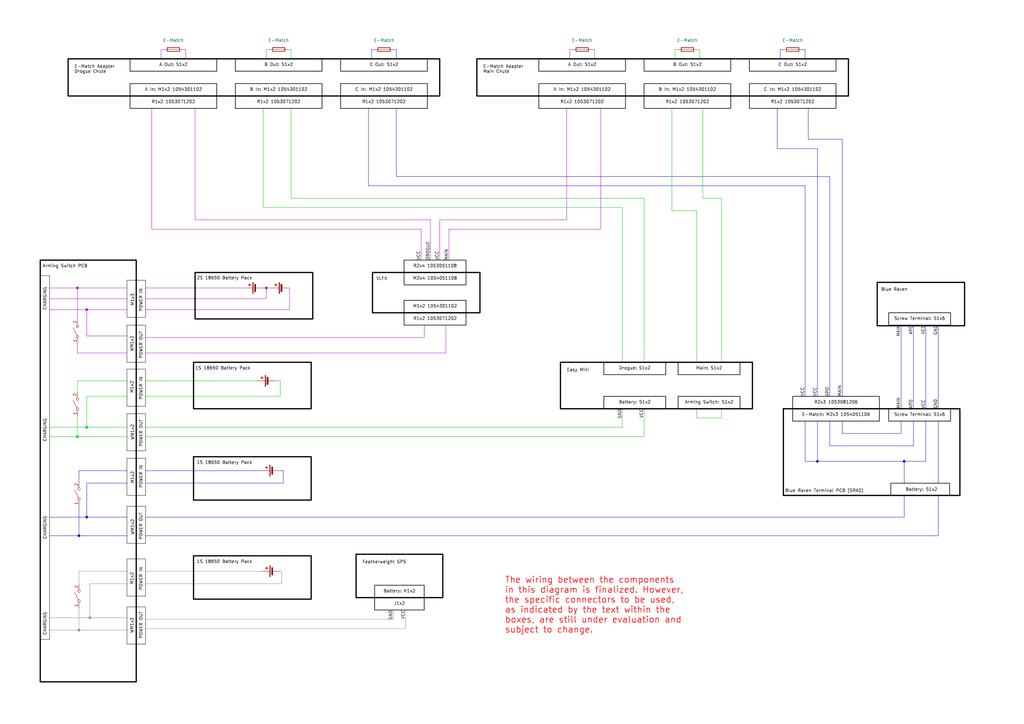
<source format=kicad_sch>
(kicad_sch (version 20231120) (generator "eeschema") (generator_version "8.0")
  (paper "A3")
  (title_block (title "Recovery Wiring Diagram") (date "2024-11-29") (rev "0.1") (company "McMaster Rocketry Team"))
  (lib_symbols
    (symbol "Device:Battery_Cell" (pin_numbers hide) (pin_names (offset 0) hide)
      (property "Reference" "BT" (at 2.54 2.54 0))
      (property "Value" "Battery_Cell" (at 2.54 0 0))
      (symbol "Battery_Cell_0_1"
        (rectangle (start -2.286 1.778) (end 2.286 1.524) (fill (type outline)))
        (rectangle (start -1.524 1.016) (end 1.524 0.508) (fill (type outline)))
        (polyline (pts (xy 0 0.762) (xy 0 0)))
        (polyline (pts (xy 0 1.778) (xy 0 2.54)))
        (polyline (pts (xy 0.762 3.048) (xy 1.778 3.048)) (stroke (width 0.254)))
        (polyline (pts (xy 1.27 3.556) (xy 1.27 2.54)) (stroke (width 0.254)))
      )
      (symbol "Battery_Cell_1_1"
        (pin passive line (at 0 5.08 270) (length 2.54) (name "+") (number "1"))
        (pin passive line (at 0 -2.54 90) (length 2.54) (name "-") (number "2"))
      )
    )
    (symbol "Device:Fuse" (pin_numbers hide) (pin_names (offset 0))
      (property "Reference" "F" (at 2.032 0 90))
      (property "Value" "Fuse" (at -1.905 0 90))
      (symbol "Fuse_0_1"
        (rectangle (start -0.762 -2.54) (end 0.762 2.54) (stroke (width 0.254)))
        (polyline (pts (xy 0 2.54) (xy 0 -2.54)))
      )
      (symbol "Fuse_1_1"
        (pin passive line (at 0 3.81 270) (length 1.27) (name "~") (number "1"))
        (pin passive line (at 0 -3.81 90) (length 1.27) (name "~") (number "2"))
      )
    )
    (symbol "Switch:SW_DPST_x2" (pin_names (offset 0) hide)
      (property "Reference" "SW" (at 0 3.175 0))
      (property "Value" "SW_DPST_x2" (at 0 -2.54 0))
      (symbol "SW_DPST_x2_0_0"
        (circle (center -2.032 0) (radius 0.508))
        (polyline (pts (xy -1.524 0.254) (xy 1.524 1.778)))
        (circle (center 2.032 0) (radius 0.508))
      )
      (symbol "SW_DPST_x2_1_1"
        (pin passive line (at -5.08 0 0) (length 2.54) (name "A") (number "1"))
        (pin passive line (at 5.08 0 180) (length 2.54) (name "B") (number "2"))
      )
      (symbol "SW_DPST_x2_2_1"
        (pin passive line (at -5.08 0 0) (length 2.54) (name "A") (number "3"))
        (pin passive line (at 5.08 0 180) (length 2.54) (name "B") (number "4"))
      )
    )
  )
  (junction (at 35.56 212.09) (color 0 0 194 1))
  (junction (at 31.75 179.07) (color 0 194 0 1))
  (junction (at 335.28 189.23) (color 0 0 194 1))
  (junction (at 32.385 258.445) (color 132 132 132 1))
  (junction (at 35.56 175.26) (color 0 194 0 1))
  (junction (at 31.75 118.11) (color 163 0 194 1))
  (junction (at 109.22 118.11) (color 163 0 194 1))
  (junction (at 32.385 219.71) (color 0 0 194 1))
  (junction (at 370.84 189.23) (color 0 0 194 1))
  (junction (at 35.56 127) (color 163 0 194 1))
  (junction (at 36.83 253.365) (color 132 132 132 1))
  (wire (pts (xy 330.2 76.2) (xy 151.13 76.2)) (stroke (width 0) (color 0 0 194 1)))
  (wire (pts (xy 114.935 156.21) (xy 113.03 156.21)) (stroke (width 0) (color 0 194 0 1)))
  (wire (pts (xy 32.385 258.445) (xy 20.32 258.445)) (stroke (width 0) (color 132 132 132 1)))
  (wire (pts (xy 176.53 90.17) (xy 80.01 90.17)) (stroke (width 0) (color 163 0 194 1)))
  (wire (pts (xy 59.69 179.07) (xy 264.16 179.07)) (stroke (width 0) (color 0 194 0 1)))
  (wire (pts (xy 80.01 44.45) (xy 80.01 90.17)) (stroke (width 0) (color 163 0 194 1)))
  (wire (pts (xy 384.81 172.72) (xy 384.81 198.12)) (stroke (width 0) (color 0 0 194 1)))
  (wire (pts (xy 76.2 20.32) (xy 76.2 24.13)) (stroke (width 0) (color 163 0 194 1)))
  (wire (pts (xy 32.385 249.555) (xy 32.385 258.445)) (stroke (width 0) (color 132 132 132 1)))
  (wire (pts (xy 52.07 127) (xy 35.56 127)) (stroke (width 0) (color 163 0 194 1)))
  (wire (pts (xy 116.205 193.04) (xy 116.205 198.12)) (stroke (width 0) (color 0 0 194 1)))
  (wire (pts (xy 335.28 172.72) (xy 335.28 189.23)) (stroke (width 0) (color 0 0 194 1)))
  (wire (pts (xy 288.29 44.45) (xy 288.29 81.28)) (stroke (width 0) (color 0 194 0 1)))
  (wire (pts (xy 59.69 239.395) (xy 115.57 239.395)) (stroke (width 0) (color 132 132 132 1)))
  (wire (pts (xy 379.73 172.72) (xy 379.73 189.23)) (stroke (width 0) (color 0 0 194 1)))
  (wire (pts (xy 335.28 162.56) (xy 335.28 60.96)) (stroke (width 0) (color 0 0 194 1)))
  (wire (pts (xy 119.38 44.45) (xy 119.38 81.28)) (stroke (width 0) (color 0 194 0 1)))
  (wire (pts (xy 172.72 93.98) (xy 62.23 93.98)) (stroke (width 0) (color 163 0 194 1)))
  (wire (pts (xy 184.15 93.98) (xy 184.15 106.68)) (stroke (width 0) (color 163 0 194 1)))
  (wire (pts (xy 114.935 156.21) (xy 114.935 162.56)) (stroke (width 0) (color 0 194 0 1)))
  (wire (pts (xy 31.75 179.07) (xy 20.32 179.07)) (stroke (width 0) (color 0 194 0 1)))
  (wire (pts (xy 246.38 93.98) (xy 184.15 93.98)) (stroke (width 0) (color 163 0 194 1)))
  (wire (pts (xy 330.2 162.56) (xy 330.2 76.2)) (stroke (width 0) (color 0 0 194 1)))
  (wire (pts (xy 59.69 156.21) (xy 105.41 156.21)) (stroke (width 0) (color 0 194 0 1)))
  (wire (pts (xy 264.16 167.64) (xy 264.16 179.07)) (stroke (width 0) (color 0 194 0 1)))
  (wire (pts (xy 52.07 118.11) (xy 31.75 118.11)) (stroke (width 0) (color 163 0 194 1)))
  (wire (pts (xy 340.36 72.39) (xy 340.36 162.56)) (stroke (width 0) (color 0 0 194 1)))
  (wire (pts (xy 345.44 57.15) (xy 331.47 57.15)) (stroke (width 0) (color 0 0 194 1)))
  (wire (pts (xy 232.41 44.45) (xy 232.41 90.17)) (stroke (width 0) (color 163 0 194 1)))
  (wire (pts (xy 166.37 250.19) (xy 166.37 257.81)) (stroke (width 0) (color 132 132 132 1)))
  (wire (pts (xy 31.75 118.11) (xy 20.32 118.11)) (stroke (width 0) (color 163 0 194 1)))
  (wire (pts (xy 335.28 189.23) (xy 330.2 189.23)) (stroke (width 0) (color 0 0 194 1)))
  (wire (pts (xy 59.69 193.04) (xy 107.315 193.04)) (stroke (width 0) (color 0 0 194 1)))
  (wire (pts (xy 295.91 148.59) (xy 295.91 81.28)) (stroke (width 0) (color 0 194 0 1)))
  (wire (pts (xy 246.38 44.45) (xy 246.38 93.98)) (stroke (width 0) (color 163 0 194 1)))
  (wire (pts (xy 335.28 60.96) (xy 318.77 60.96)) (stroke (width 0) (color 0 0 194 1)))
  (wire (pts (xy 32.385 197.485) (xy 32.385 193.04)) (stroke (width 0) (color 0 0 194 1)))
  (wire (pts (xy 119.38 20.32) (xy 119.38 24.13)) (stroke (width 0) (color 0 194 0 1)))
  (wire (pts (xy 161.29 20.32) (xy 162.56 20.32)) (stroke (width 0) (color 0 0 194 1)))
  (wire (pts (xy 59.69 175.26) (xy 255.27 175.26)) (stroke (width 0) (color 0 194 0 1)))
  (wire (pts (xy 295.91 81.28) (xy 288.29 81.28)) (stroke (width 0) (color 0 194 0 1)))
  (wire (pts (xy 52.07 212.09) (xy 35.56 212.09)) (stroke (width 0) (color 0 0 194 1)))
  (wire (pts (xy 59.69 234.315) (xy 107.315 234.315)) (stroke (width 0) (color 132 132 132 1)))
  (wire (pts (xy 233.68 20.32) (xy 234.95 20.32)) (stroke (width 0) (color 163 0 194 1)))
  (wire (pts (xy 162.56 72.39) (xy 340.36 72.39)) (stroke (width 0) (color 0 0 194 1)))
  (wire (pts (xy 180.34 90.17) (xy 232.41 90.17)) (stroke (width 0) (color 163 0 194 1)))
  (wire (pts (xy 374.65 172.72) (xy 374.65 182.88)) (stroke (width 0) (color 0 0 194 1)))
  (wire (pts (xy 59.69 198.12) (xy 116.205 198.12)) (stroke (width 0) (color 0 0 194 1)))
  (wire (pts (xy 182.88 133.35) (xy 182.88 144.78)) (stroke (width 0) (color 163 0 194 1)))
  (wire (pts (xy 52.07 162.56) (xy 35.56 162.56)) (stroke (width 0) (color 0 194 0 1)))
  (wire (pts (xy 379.73 133.35) (xy 379.73 167.64)) (stroke (width 0) (color 0 0 194 1)))
  (wire (pts (xy 275.59 44.45) (xy 275.59 86.36)) (stroke (width 0) (color 0 194 0 1)))
  (wire (pts (xy 328.93 20.32) (xy 330.2 20.32)) (stroke (width 0) (color 0 0 194 1)))
  (wire (pts (xy 20.32 127) (xy 35.56 127)) (stroke (width 0) (color 163 0 194 1)))
  (wire (pts (xy 59.69 122.555) (xy 109.22 122.555)) (stroke (width 0) (color 163 0 194 1)))
  (wire (pts (xy 370.84 189.23) (xy 370.84 198.12)) (stroke (width 0) (color 0 0 194 1)))
  (wire (pts (xy 52.07 137.795) (xy 35.56 137.795)) (stroke (width 0) (color 163 0 194 1)))
  (wire (pts (xy 32.385 234.315) (xy 52.07 234.315)) (stroke (width 0) (color 132 132 132 1)))
  (wire (pts (xy 52.07 144.78) (xy 31.75 144.78)) (stroke (width 0) (color 163 0 194 1)))
  (wire (pts (xy 233.68 20.32) (xy 233.68 24.13)) (stroke (width 0) (color 163 0 194 1)))
  (wire (pts (xy 278.13 20.32) (xy 276.86 20.32)) (stroke (width 0) (color 0 194 0 1)))
  (wire (pts (xy 32.385 239.395) (xy 32.385 234.315)) (stroke (width 0) (color 132 132 132 1)))
  (wire (pts (xy 318.77 44.45) (xy 318.77 60.96)) (stroke (width 0) (color 0 0 194 1)))
  (wire (pts (xy 330.2 172.72) (xy 330.2 189.23)) (stroke (width 0) (color 0 0 194 1)))
  (wire (pts (xy 52.07 175.26) (xy 35.56 175.26)) (stroke (width 0) (color 0 194 0 1)))
  (wire (pts (xy 66.04 20.32) (xy 66.04 24.13)) (stroke (width 0) (color 163 0 194 1)))
  (wire (pts (xy 172.72 106.68) (xy 172.72 93.98)) (stroke (width 0) (color 163 0 194 1)))
  (wire (pts (xy 173.99 133.35) (xy 173.99 138.43)) (stroke (width 0) (color 163 0 194 1)))
  (wire (pts (xy 115.57 234.315) (xy 115.57 239.395)) (stroke (width 0) (color 132 132 132 1)))
  (wire (pts (xy 370.84 203.2) (xy 370.84 212.09)) (stroke (width 0) (color 0 0 194 1)))
  (wire (pts (xy 369.57 172.72) (xy 369.57 177.8)) (stroke (width 0) (color 0 0 194 1)))
  (wire (pts (xy 35.56 175.26) (xy 20.32 175.26)) (stroke (width 0) (color 0 194 0 1)))
  (wire (pts (xy 59.69 257.81) (xy 166.37 257.81)) (stroke (width 0) (color 132 132 132 1)))
  (wire (pts (xy 243.84 20.32) (xy 242.57 20.32)) (stroke (width 0) (color 163 0 194 1)))
  (wire (pts (xy 330.2 20.32) (xy 330.2 24.13)) (stroke (width 0) (color 0 0 194 1)))
  (wire (pts (xy 321.31 20.32) (xy 320.04 20.32)) (stroke (width 0) (color 0 0 194 1)))
  (wire (pts (xy 35.56 212.09) (xy 20.32 212.09)) (stroke (width 0) (color 0 0 194 1)))
  (wire (pts (xy 31.75 156.21) (xy 31.75 160.655)) (stroke (width 0) (color 0 194 0 1)))
  (wire (pts (xy 32.385 193.04) (xy 52.07 193.04)) (stroke (width 0) (color 0 0 194 1)))
  (wire (pts (xy 340.36 172.72) (xy 340.36 182.88)) (stroke (width 0) (color 0 0 194 1)))
  (wire (pts (xy 59.69 144.78) (xy 182.88 144.78)) (stroke (width 0) (color 163 0 194 1)))
  (wire (pts (xy 109.22 20.32) (xy 109.22 24.13)) (stroke (width 0) (color 0 194 0 1)))
  (wire (pts (xy 320.04 20.32) (xy 320.04 24.13)) (stroke (width 0) (color 0 0 194 1)))
  (wire (pts (xy 59.69 254) (xy 161.29 254)) (stroke (width 0) (color 132 132 132 1)))
  (wire (pts (xy 36.83 253.365) (xy 20.32 253.365)) (stroke (width 0) (color 132 132 132 1)))
  (wire (pts (xy 162.56 20.32) (xy 162.56 24.13)) (stroke (width 0) (color 0 0 194 1)))
  (wire (pts (xy 345.44 162.56) (xy 345.44 57.15)) (stroke (width 0) (color 0 0 194 1)))
  (wire (pts (xy 345.44 172.72) (xy 345.44 177.8)) (stroke (width 0) (color 0 0 194 1)))
  (wire (pts (xy 52.07 253.365) (xy 36.83 253.365)) (stroke (width 0) (color 132 132 132 1)))
  (wire (pts (xy 287.02 20.32) (xy 287.02 24.13)) (stroke (width 0) (color 0 194 0 1)))
  (wire (pts (xy 285.75 148.59) (xy 285.75 86.36)) (stroke (width 0) (color 0 194 0 1)))
  (wire (pts (xy 285.75 20.32) (xy 287.02 20.32)) (stroke (width 0) (color 0 194 0 1)))
  (wire (pts (xy 31.75 170.815) (xy 31.75 179.07)) (stroke (width 0) (color 0 194 0 1)))
  (wire (pts (xy 107.95 44.45) (xy 107.95 85.09)) (stroke (width 0) (color 0 194 0 1)))
  (wire (pts (xy 255.27 85.09) (xy 107.95 85.09)) (stroke (width 0) (color 0 194 0 1)))
  (wire (pts (xy 62.23 44.45) (xy 62.23 93.98)) (stroke (width 0) (color 163 0 194 1)))
  (wire (pts (xy 162.56 44.45) (xy 162.56 72.39)) (stroke (width 0) (color 0 0 194 1)))
  (wire (pts (xy 119.38 81.28) (xy 264.16 81.28)) (stroke (width 0) (color 0 194 0 1)))
  (wire (pts (xy 285.75 167.64) (xy 285.75 171.45)) (stroke (width 0) (color 0 194 0 1)))
  (wire (pts (xy 369.57 133.35) (xy 369.57 167.64)) (stroke (width 0) (color 0 0 194 1)))
  (wire (pts (xy 180.34 106.68) (xy 180.34 90.17)) (stroke (width 0) (color 163 0 194 1)))
  (wire (pts (xy 115.57 234.315) (xy 114.935 234.315)) (stroke (width 0) (color 132 132 132 1)))
  (wire (pts (xy 59.69 138.43) (xy 173.99 138.43)) (stroke (width 0) (color 163 0 194 1)))
  (wire (pts (xy 255.27 148.59) (xy 255.27 85.09)) (stroke (width 0) (color 0 194 0 1)))
  (wire (pts (xy 31.75 140.97) (xy 31.75 144.78)) (stroke (width 0) (color 163 0 194 1)))
  (wire (pts (xy 52.07 198.12) (xy 35.56 198.12)) (stroke (width 0) (color 0 0 194 1)))
  (wire (pts (xy 369.57 177.8) (xy 345.44 177.8)) (stroke (width 0) (color 0 0 194 1)))
  (wire (pts (xy 118.11 20.32) (xy 119.38 20.32)) (stroke (width 0) (color 0 194 0 1)))
  (wire (pts (xy 331.47 44.45) (xy 331.47 57.15)) (stroke (width 0) (color 0 0 194 1)))
  (wire (pts (xy 107.95 118.11) (xy 109.22 118.11)) (stroke (width 0) (color 163 0 194 1)))
  (wire (pts (xy 32.385 207.645) (xy 32.385 219.71)) (stroke (width 0) (color 0 0 194 1)))
  (wire (pts (xy 36.83 239.395) (xy 36.83 253.365)) (stroke (width 0) (color 132 132 132 1)))
  (wire (pts (xy 59.69 162.56) (xy 114.935 162.56)) (stroke (width 0) (color 0 194 0 1)))
  (wire (pts (xy 66.04 20.32) (xy 67.31 20.32)) (stroke (width 0) (color 163 0 194 1)))
  (wire (pts (xy 370.84 189.23) (xy 379.73 189.23)) (stroke (width 0) (color 0 0 194 1)))
  (wire (pts (xy 255.27 167.64) (xy 255.27 175.26)) (stroke (width 0) (color 0 194 0 1)))
  (wire (pts (xy 374.65 133.35) (xy 374.65 167.64)) (stroke (width 0) (color 0 0 194 1)))
  (wire (pts (xy 295.91 167.64) (xy 295.91 171.45)) (stroke (width 0) (color 0 194 0 1)))
  (wire (pts (xy 59.69 219.71) (xy 384.81 219.71)) (stroke (width 0) (color 0 0 194 1)))
  (wire (pts (xy 152.4 20.32) (xy 152.4 24.13)) (stroke (width 0) (color 0 0 194 1)))
  (wire (pts (xy 59.69 118.11) (xy 100.33 118.11)) (stroke (width 0) (color 163 0 194 1)))
  (wire (pts (xy 384.81 203.2) (xy 384.81 219.71)) (stroke (width 0) (color 0 0 194 1)))
  (wire (pts (xy 32.385 219.71) (xy 20.32 219.71)) (stroke (width 0) (color 0 0 194 1)))
  (wire (pts (xy 52.07 156.21) (xy 31.75 156.21)) (stroke (width 0) (color 0 194 0 1)))
  (wire (pts (xy 384.81 133.35) (xy 384.81 167.64)) (stroke (width 0) (color 0 0 194 1)))
  (wire (pts (xy 52.07 219.71) (xy 32.385 219.71)) (stroke (width 0) (color 0 0 194 1)))
  (wire (pts (xy 52.07 258.445) (xy 32.385 258.445)) (stroke (width 0) (color 132 132 132 1)))
  (wire (pts (xy 35.56 162.56) (xy 35.56 175.26)) (stroke (width 0) (color 0 194 0 1)))
  (wire (pts (xy 52.07 179.07) (xy 31.75 179.07)) (stroke (width 0) (color 0 194 0 1)))
  (wire (pts (xy 153.67 20.32) (xy 152.4 20.32)) (stroke (width 0) (color 0 0 194 1)))
  (wire (pts (xy 31.75 118.11) (xy 31.75 130.81)) (stroke (width 0) (color 163 0 194 1)))
  (wire (pts (xy 76.2 20.32) (xy 74.93 20.32)) (stroke (width 0) (color 163 0 194 1)))
  (wire (pts (xy 276.86 20.32) (xy 276.86 24.13)) (stroke (width 0) (color 0 194 0 1)))
  (wire (pts (xy 52.07 122.555) (xy 20.32 122.555)) (stroke (width 0) (color 163 0 194 1)))
  (wire (pts (xy 243.84 20.32) (xy 243.84 24.13)) (stroke (width 0) (color 163 0 194 1)))
  (wire (pts (xy 35.56 198.12) (xy 35.56 212.09)) (stroke (width 0) (color 0 0 194 1)))
  (wire (pts (xy 161.29 254) (xy 161.29 250.19)) (stroke (width 0) (color 132 132 132 1)))
  (wire (pts (xy 59.69 127) (xy 118.745 127)) (stroke (width 0) (color 163 0 194 1)))
  (wire (pts (xy 264.16 81.28) (xy 264.16 148.59)) (stroke (width 0) (color 0 194 0 1)))
  (wire (pts (xy 340.36 182.88) (xy 374.65 182.88)) (stroke (width 0) (color 0 0 194 1)))
  (wire (pts (xy 59.69 212.09) (xy 370.84 212.09)) (stroke (width 0) (color 0 0 194 1)))
  (wire (pts (xy 285.75 86.36) (xy 275.59 86.36)) (stroke (width 0) (color 0 194 0 1)))
  (wire (pts (xy 52.07 239.395) (xy 36.83 239.395)) (stroke (width 0) (color 132 132 132 1)))
  (wire (pts (xy 285.75 171.45) (xy 295.91 171.45)) (stroke (width 0) (color 0 194 0 1)))
  (wire (pts (xy 35.56 127) (xy 35.56 137.795)) (stroke (width 0) (color 163 0 194 1)))
  (wire (pts (xy 110.49 20.32) (xy 109.22 20.32)) (stroke (width 0) (color 0 194 0 1)))
  (wire (pts (xy 151.13 44.45) (xy 151.13 76.2)) (stroke (width 0) (color 0 0 194 1)))
  (wire (pts (xy 118.745 118.11) (xy 118.745 127)) (stroke (width 0) (color 163 0 194 1)))
  (wire (pts (xy 116.205 193.04) (xy 114.935 193.04)) (stroke (width 0) (color 0 0 194 1)))
  (wire (pts (xy 109.22 118.11) (xy 109.22 122.555)) (stroke (width 0) (color 163 0 194 1)))
  (wire (pts (xy 335.28 189.23) (xy 370.84 189.23)) (stroke (width 0) (color 0 0 194 1)))
  (wire (pts (xy 176.53 106.68) (xy 176.53 90.17)) (stroke (width 0) (color 163 0 194 1)))
  (wire (pts (xy 109.22 118.11) (xy 111.125 118.11)) (stroke (width 0) (color 163 0 194 1)))
  (rectangle (start 53.34 34.29) (end 88.9 39.37) (stroke (width 0.254) (color 0 0 0 1)))
  (rectangle (start 325.12 162.56) (end 360.68 167.64) (stroke (width 0.254) (color 0 0 0 1)))
  (rectangle (start 139.7 39.37) (end 175.26 44.45) (stroke (width 0.254) (color 0 0 0 1)))
  (rectangle (start 53.34 39.37) (end 88.9 44.45) (stroke (width 0.254) (color 0 0 0 1)))
  (rectangle (start 55.88 229.235) (end 52.07 244.475) (stroke (width 0) (color 0 0 0 1)))
  (rectangle (start 247.65 148.59) (end 273.05 153.67) (stroke (width 0.254) (color 0 0 0 1)))
  (rectangle (start 139.7 24.13) (end 175.26 29.21) (stroke (width 0.254) (color 0 0 0 1)))
  (rectangle (start 79.375 227.965) (end 127.635 245.745) (stroke (width 0.508) (color 0 0 0 1)))
  (rectangle (start 55.88 248.92) (end 59.69 264.16) (stroke (width 0) (color 0 0 0 1)))
  (rectangle (start 53.34 24.13) (end 88.9 29.21) (stroke (width 0.254) (color 0 0 0 1)))
  (rectangle (start 27.94 24.13) (end 180.34 39.37) (stroke (width 0.508) (color 0 0 0 1)))
  (rectangle (start 229.87 148.59) (end 308.61 167.64) (stroke (width 0.508) (color 0 0 0 1)))
  (rectangle (start 165.735 128.27) (end 191.135 133.35) (stroke (width 0.254) (color 0 0 0 1)))
  (rectangle (start 278.13 148.59) (end 303.53 153.67) (stroke (width 0.254) (color 0 0 0 1)))
  (rectangle (start 359.791 115.824) (end 395.605 133.604) (stroke (width 0.508) (color 0 0 0 1)))
  (rectangle (start 165.735 106.68) (end 191.135 111.76) (stroke (width 0.254) (color 0 0 0 1)))
  (rectangle (start 153.67 240.03) (end 173.99 245.11) (stroke (width 0.254) (color 0 0 0 1)))
  (rectangle (start 153.67 245.11) (end 173.99 250.19) (stroke (width 0.254) (color 0 0 0 1)))
  (rectangle (start 364.49 167.64) (end 389.89 172.72) (stroke (width 0.254) (color 0 0 0 1)))
  (rectangle (start 165.735 123.19) (end 191.135 128.27) (stroke (width 0.254) (color 0 0 0 1)))
  (rectangle (start 247.65 162.56) (end 273.05 167.64) (stroke (width 0.254) (color 0 0 0 1)))
  (rectangle (start 165.735 111.76) (end 191.135 116.84) (stroke (width 0.254) (color 0 0 0 1)))
  (rectangle (start 55.88 133.35) (end 59.69 148.59) (stroke (width 0) (color 0 0 0 1)))
  (rectangle (start 321.31 167.64) (end 393.7 203.2) (stroke (width 0.508) (color 0 0 0 1)))
  (rectangle (start 55.88 248.92) (end 52.07 264.16) (stroke (width 0) (color 0 0 0 1)))
  (rectangle (start 59.69 114.935) (end 55.88 130.175) (stroke (width 0) (color 0 0 0 1)))
  (rectangle (start 96.52 39.37) (end 132.08 44.45) (stroke (width 0.254) (color 0 0 0 1)))
  (rectangle (start 264.16 34.29) (end 299.72 39.37) (stroke (width 0.254) (color 0 0 0 1)))
  (rectangle (start 96.52 24.13) (end 132.08 29.21) (stroke (width 0.254) (color 0 0 0 1)))
  (rectangle (start 55.88 151.384) (end 52.07 166.624) (stroke (width 0) (color 0 0 0 1)))
  (rectangle (start 220.98 34.29) (end 256.54 39.37) (stroke (width 0.254) (color 0 0 0 1)))
  (rectangle (start 59.69 151.384) (end 55.88 166.624) (stroke (width 0) (color 0 0 0 1)))
  (rectangle (start 59.69 169.672) (end 55.88 184.912) (stroke (width 0) (color 0 0 0 1)))
  (rectangle (start 307.34 39.37) (end 342.9 44.45) (stroke (width 0.254) (color 0 0 0 1)))
  (rectangle (start 55.88 207.645) (end 52.07 222.885) (stroke (width 0) (color 0 0 0 1)))
  (rectangle (start 16.51 106.68) (end 55.88 279.654) (stroke (width 0.508) (color 0 0 0 1)))
  (rectangle (start 55.88 114.935) (end 52.07 130.175) (stroke (width 0) (color 0 0 0 1)))
  (rectangle (start 79.375 148.59) (end 127.635 167.64) (stroke (width 0.508) (color 0 0 0 1)))
  (rectangle (start 55.88 169.672) (end 52.07 184.912) (stroke (width 0) (color 0 0 0 1)))
  (rectangle (start 152.781 111.76) (end 196.85 128.27) (stroke (width 0.508) (color 0 0 0 1)))
  (rectangle (start 55.88 187.96) (end 52.07 203.2) (stroke (width 0) (color 0 0 0 1)))
  (rectangle (start 365.3474 198.1846) (end 389.4774 203.2646) (stroke (width 0.254) (color 0 0 0 1)))
  (rectangle (start 59.69 207.645) (end 55.88 222.885) (stroke (width 0) (color 0 0 0 1)))
  (rectangle (start 364.49 128.27) (end 389.89 133.35) (stroke (width 0.254) (color 0 0 0 1)))
  (rectangle (start 307.34 24.13) (end 342.9 29.21) (stroke (width 0.254) (color 0 0 0 1)))
  (rectangle (start 139.7 34.29) (end 175.26 39.37) (stroke (width 0.254) (color 0 0 0 1)))
  (rectangle (start 96.52 34.29) (end 132.08 39.37) (stroke (width 0.254) (color 0 0 0 1)))
  (rectangle (start 220.98 24.13) (end 256.54 29.21) (stroke (width 0.254) (color 0 0 0 1)))
  (rectangle (start 59.69 229.235) (end 55.88 244.475) (stroke (width 0) (color 0 0 0 1)))
  (rectangle (start 59.69 187.96) (end 55.88 203.2) (stroke (width 0) (color 0 0 0 1)))
  (rectangle (start 16.51 113.03) (end 20.32 262.255) (stroke (width 0) (color 0 0 0 1)))
  (rectangle (start 264.16 24.13) (end 299.72 29.21) (stroke (width 0.254) (color 0 0 0 1)))
  (rectangle (start 80.01 111.76) (end 128.27 130.81) (stroke (width 0.508) (color 0 0 0 1)))
  (rectangle (start 220.98 39.37) (end 256.54 44.45) (stroke (width 0.254) (color 0 0 0 1)))
  (rectangle (start 278.13 162.56) (end 303.53 167.64) (stroke (width 0.254) (color 0 0 0 1)))
  (rectangle (start 79.375 187.325) (end 127.635 205.105) (stroke (width 0.508) (color 0 0 0 1)))
  (rectangle (start 146.05 227.33) (end 181.61 245.11) (stroke (width 0.508) (color 0 0 0 1)))
  (rectangle (start 55.88 133.35) (end 52.07 148.59) (stroke (width 0) (color 0 0 0 1)))
  (rectangle (start 307.34 34.29) (end 342.9 39.37) (stroke (width 0.254) (color 0 0 0 1)))
  (rectangle (start 325.12 167.64) (end 360.68 172.72) (stroke (width 0.254) (color 0 0 0 1)))
  (rectangle (start 195.58 24.13) (end 347.98 39.37) (stroke (width 0.508) (color 0 0 0 1)))
  (rectangle (start 264.16 39.37) (end 299.72 44.45) (stroke (width 0.254) (color 0 0 0 1)))
  (text_box "The wiring between the components in this diagram is finalized. However, the specific connectors to be used, as indicated by the text within the boxes, are still under evaluation and subject to change." (at 205.105 234.315 0) (size 78.105 39.37) (stroke (width -0.0001)) (effects (font (size 2.54 2.54) (thickness 0.254) (bold yes)) (justify left top)))
  (text "E-Match Adapter\nMain Chute" (at 198.12 26.67 0) (effects (font (size 1.27 1.27)) (justify left top)))
  (text "Arming Switch: S1x2" (at 290.83 165.1 0) (effects (font (size 1.27 1.27))))
  (text "CHARGING" (at 18.415 216.535 90) (effects (font (size 1.27 1.27))))
  (text "B In: M1x2 1054301102" (at 114.3 36.83 0) (effects (font (size 1.27 1.27))))
  (text "B In: M1x2 1054301102" (at 281.94 36.83 0) (effects (font (size 1.27 1.27))))
  (text "Blue Raven" (at 361.315 118.11 0) (effects (font (size 1.27 1.27)) (justify left top)))
  (text "M1x2" (at 54.102 158.877 90) (effects (font (size 1.27 1.27))))
  (text "A In: M1x2 1054301102" (at 238.76 36.83 0) (effects (font (size 1.27 1.27))))
  (text "POWER IN" (at 57.785 195.58 90) (effects (font (size 1.27 1.27))))
  (text "R1x2 1053071202" (at 325.12 41.91 0) (effects (font (size 1.27 1.27))))
  (text "WM1x2" (at 54.102 256.667 90) (effects (font (size 1.27 1.27))))
  (text "Drogue: S1x2" (at 260.35 151.13 0) (effects (font (size 1.27 1.27))))
  (text "CHARGING" (at 18.415 255.905 90) (effects (font (size 1.27 1.27))))
  (text "WM1x2" (at 54.102 141.097 90) (effects (font (size 1.27 1.27))))
  (text "Screw Terminal: S1x6" (at 377.19 130.81 0) (effects (font (size 1.27 1.27))))
  (text "Battery: S1x2" (at 377.952 200.914 0) (effects (font (size 1.27 1.27))))
  (text "M1x2 1054301102" (at 178.435 125.73 0) (effects (font (size 1.27 1.27))))
  (text "C In: M1x2 1054301102" (at 325.12 36.83 0) (effects (font (size 1.27 1.27))))
  (text "M2x4 1054051108" (at 178.435 114.3 0) (effects (font (size 1.27 1.27))))
  (text "Screw Terminal: S1x6" (at 377.19 170.18 0) (effects (font (size 1.27 1.27))))
  (text "R1x2 1053071202" (at 114.3 41.91 0) (effects (font (size 1.27 1.27))))
  (text "E-Match: M2x3 1054051106" (at 342.9 170.18 0) (effects (font (size 1.27 1.27))))
  (text "Featherweight GPS" (at 148.59 229.87 0) (effects (font (size 1.27 1.27)) (justify left top)))
  (text "POWER IN" (at 57.785 123.19 90) (effects (font (size 1.27 1.27))))
  (text "R2x4 1053051108" (at 178.435 109.22 0) (effects (font (size 1.27 1.27))))
  (text "VLFX" (at 154.305 113.665 0) (effects (font (size 1.27 1.27)) (justify left top)))
  (text "POWER OUT" (at 57.785 177.8 90) (effects (font (size 1.27 1.27))))
  (text "A Out: S1x2" (at 71.12 26.67 0) (effects (font (size 1.27 1.27))))
  (text "B Out: S1x2" (at 281.94 26.67 0) (effects (font (size 1.27 1.27))))
  (text "Blue Raven Terminal PCB (SRAD)" (at 321.945 200.66 0) (effects (font (size 1.27 1.27)) (justify left top)))
  (text "R1x2 1053071202" (at 157.48 41.91 0) (effects (font (size 1.27 1.27))))
  (text "CHARGING" (at 18.415 122.555 90) (effects (font (size 1.27 1.27))))
  (text "R1x2 1053071202" (at 71.12 41.91 0) (effects (font (size 1.27 1.27))))
  (text "M1x2" (at 54.102 237.363 90) (effects (font (size 1.27 1.27))))
  (text "WM1x2" (at 54.356 177.419 90) (effects (font (size 1.27 1.27))))
  (text "WM1x2" (at 54.356 216.281 90) (effects (font (size 1.27 1.27))))
  (text "Main: S1x2" (at 290.83 151.13 0) (effects (font (size 1.27 1.27))))
  (text "M1x2" (at 54.356 195.961 90) (effects (font (size 1.27 1.27))))
  (text "R1x2 1053071202" (at 238.76 41.91 0) (effects (font (size 1.27 1.27))))
  (text "R1x2 1053071202" (at 178.435 130.81 0) (effects (font (size 1.27 1.27))))
  (text "R1x2 1053071202" (at 281.94 41.91 0) (effects (font (size 1.27 1.27))))
  (text "Arming Switch PCB" (at 26.67 109.22 0) (effects (font (size 1.27 1.27))))
  (text "A Out: S1x2" (at 238.76 26.67 0) (effects (font (size 1.27 1.27))))
  (text "M1x3" (at 54.356 123.063 90) (effects (font (size 1.27 1.27))))
  (text "1S 18650 Battery Pack\n" (at 92.075 189.865 0) (effects (font (size 1.27 1.27))))
  (text "Battery: K1x2" (at 163.83 242.57 0) (effects (font (size 1.27 1.27))))
  (text "C Out: S1x2" (at 157.48 26.67 0) (effects (font (size 1.27 1.27))))
  (text "J1x2" (at 163.83 247.65 0) (effects (font (size 1.27 1.27))))
  (text "POWER OUT" (at 57.785 256.54 90) (effects (font (size 1.27 1.27))))
  (text "POWER OUT" (at 57.785 141.605 90) (effects (font (size 1.27 1.27))))
  (text "POWER IN" (at 57.785 159.385 90) (effects (font (size 1.27 1.27))))
  (text "1S 18650 Battery Pack\n" (at 92.075 230.505 0) (effects (font (size 1.27 1.27))))
  (text "POWER IN" (at 57.785 237.49 90) (effects (font (size 1.27 1.27))))
  (text "B Out: S1x2" (at 114.3 26.67 0) (effects (font (size 1.27 1.27))))
  (text "Easy Mini" (at 232.41 151.13 0) (effects (font (size 1.27 1.27)) (justify left top)))
  (text "E-Match Adapter\nDrogue Chute" (at 30.48 26.67 0) (effects (font (size 1.27 1.27)) (justify left top)))
  (text "R2x3 1053081206" (at 342.9 165.1 0) (effects (font (size 1.27 1.27))))
  (text "1S 18650 Battery Pack\n" (at 91.44 151.13 0) (effects (font (size 1.27 1.27))))
  (text "A In: M1x2 1054301102" (at 71.12 36.83 0) (effects (font (size 1.27 1.27))))
  (text "Battery: S1x2" (at 260.35 165.1 0) (effects (font (size 1.27 1.27))))
  (text "C In: M1x2 1054301102" (at 157.48 36.83 0) (effects (font (size 1.27 1.27))))
  (text "2S 18650 Battery Pack\n\n\n" (at 92.075 116.205 0) (effects (font (size 1.27 1.27))))
  (text "C Out: S1x2" (at 325.12 26.67 0) (effects (font (size 1.27 1.27))))
  (text "CHARGING" (at 18.415 176.53 90) (effects (font (size 1.27 1.27))))
  (text "POWER OUT" (at 57.785 215.9 90) (effects (font (size 1.27 1.27))))
  (label "DROGUE" (at 176.53 106.68 90))
  (label "APO" (at 374.65 133.35 270))
  (label "GND" (at 161.29 250.19 270))
  (label "MAIN" (at 369.57 133.35 270))
  (label "VCC" (at 172.72 106.68 90))
  (label "APO" (at 340.36 162.56 90))
  (label "MAIN" (at 184.15 106.68 90))
  (label "VCC" (at 335.28 162.56 90))
  (label "VCC" (at 379.73 167.64 90))
  (label "APO" (at 374.65 167.64 90))
  (label "VCC" (at 264.16 167.64 270))
  (label "MAIN" (at 345.44 162.56 90))
  (label "VCC" (at 379.73 133.35 270))
  (label "VCC" (at 180.34 106.68 90))
  (label "GND" (at 384.81 133.35 270))
  (label "MAIN" (at 369.57 167.64 90))
  (label "GND" (at 255.27 167.64 270))
  (label "VCC" (at 330.2 162.56 90))
  (label "VCC" (at 166.37 250.19 270))
  (label "GND" (at 384.81 167.64 90))
  (symbol (lib_id "Switch:SW_DPST_x2") (at 31.75 135.89 90) (unit 1)
    (property "Reference" "SW7" (effects (hide yes)))
    (property "Value" "SW_DPST_x2" (effects (hide yes)))
    (property "Description" "Single Pole Single Throw (SPST) switch, separate symbol" (effects (hide yes)))
  )
  (symbol (lib_id "Device:Fuse") (at 281.94 20.32 90) (unit 1)
    (property "Reference" "F5" (effects (hide yes)))
    (property "Value" "E-Match" (at 281.94 16.51 90))
    (property "Description" "Fuse" (effects (hide yes)))
  )
  (symbol (lib_id "Device:Battery_Cell") (at 110.49 156.21 90) (unit 1)
    (property "Reference" "BT14" (effects (hide yes)))
    (property "Value" "Battery_Cell" (effects (hide yes)))
    (property "Description" "Single-cell battery" (effects (hide yes)))
  )
  (symbol (lib_id "Device:Fuse") (at 71.12 20.32 90) (unit 1)
    (property "Reference" "F1" (effects (hide yes)))
    (property "Value" "E-Match" (at 71.12 16.51 90))
    (property "Description" "Fuse" (effects (hide yes)))
  )
  (symbol (lib_id "Device:Fuse") (at 114.3 20.32 90) (unit 1)
    (property "Reference" "F2" (effects (hide yes)))
    (property "Value" "E-Match" (at 114.3 16.51 90))
    (property "Description" "Fuse" (effects (hide yes)))
  )
  (symbol (lib_id "Device:Battery_Cell") (at 112.395 193.04 90) (unit 1)
    (property "Reference" "BT15" (effects (hide yes)))
    (property "Value" "Battery_Cell" (effects (hide yes)))
    (property "Description" "Single-cell battery" (effects (hide yes)))
  )
  (symbol (lib_id "Switch:SW_DPST_x2") (at 32.385 244.475 90) (unit 1)
    (property "Reference" "SW10" (effects (hide yes)))
    (property "Value" "SW_DPST_x2" (effects (hide yes)))
    (property "Description" "Single Pole Single Throw (SPST) switch, separate symbol" (effects (hide yes)))
  )
  (symbol (lib_id "Switch:SW_DPST_x2") (at 31.75 165.735 90) (unit 1)
    (property "Reference" "SW8" (effects (hide yes)))
    (property "Value" "SW_DPST_x2" (effects (hide yes)))
    (property "Description" "Single Pole Single Throw (SPST) switch, separate symbol" (effects (hide yes)))
  )
  (symbol (lib_id "Device:Battery_Cell") (at 105.41 118.11 90) (unit 1)
    (property "Reference" "BT13" (effects (hide yes)))
    (property "Value" "Battery_Cell" (effects (hide yes)))
    (property "Description" "Single-cell battery" (effects (hide yes)))
  )
  (symbol (lib_id "Device:Fuse") (at 238.76 20.32 90) (unit 1)
    (property "Reference" "F4" (effects (hide yes)))
    (property "Value" "E-Match" (at 238.76 16.51 90))
    (property "Description" "Fuse" (effects (hide yes)))
  )
  (symbol (lib_id "Device:Fuse") (at 157.48 20.32 90) (unit 1)
    (property "Reference" "F3" (effects (hide yes)))
    (property "Value" "E-Match" (at 157.48 16.51 90))
    (property "Description" "Fuse" (effects (hide yes)))
  )
  (symbol (lib_id "Device:Battery_Cell") (at 112.395 234.315 90) (unit 1)
    (property "Reference" "BT16" (effects (hide yes)))
    (property "Value" "Battery_Cell" (effects (hide yes)))
    (property "Description" "Single-cell battery" (effects (hide yes)))
  )
  (symbol (lib_id "Device:Fuse") (at 325.12 20.32 90) (unit 1)
    (property "Reference" "F6" (effects (hide yes)))
    (property "Value" "E-Match" (at 325.12 16.51 90))
    (property "Description" "Fuse" (effects (hide yes)))
  )
  (symbol (lib_id "Switch:SW_DPST_x2") (at 32.385 202.565 90) (unit 1)
    (property "Reference" "SW9" (effects (hide yes)))
    (property "Value" "SW_DPST_x2" (effects (hide yes)))
    (property "Description" "Single Pole Single Throw (SPST) switch, separate symbol" (effects (hide yes)))
  )
  (symbol (lib_id "Device:Battery_Cell") (at 116.205 118.11 90) (unit 1)
    (property "Reference" "BT19" (effects (hide yes)))
    (property "Value" "Battery_Cell" (effects (hide yes)))
    (property "Description" "Single-cell battery" (effects (hide yes)))
  )
)
</source>
